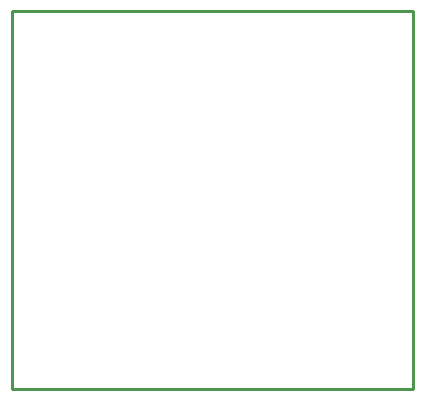
<source format=gbr>
G04 EAGLE Gerber RS-274X export*
G75*
%MOMM*%
%FSLAX34Y34*%
%LPD*%
%IN*%
%IPPOS*%
%AMOC8*
5,1,8,0,0,1.08239X$1,22.5*%
G01*
%ADD10C,0.254000*%


D10*
X0Y0D02*
X340000Y0D01*
X340000Y320000D01*
X0Y320000D01*
X0Y0D01*
M02*

</source>
